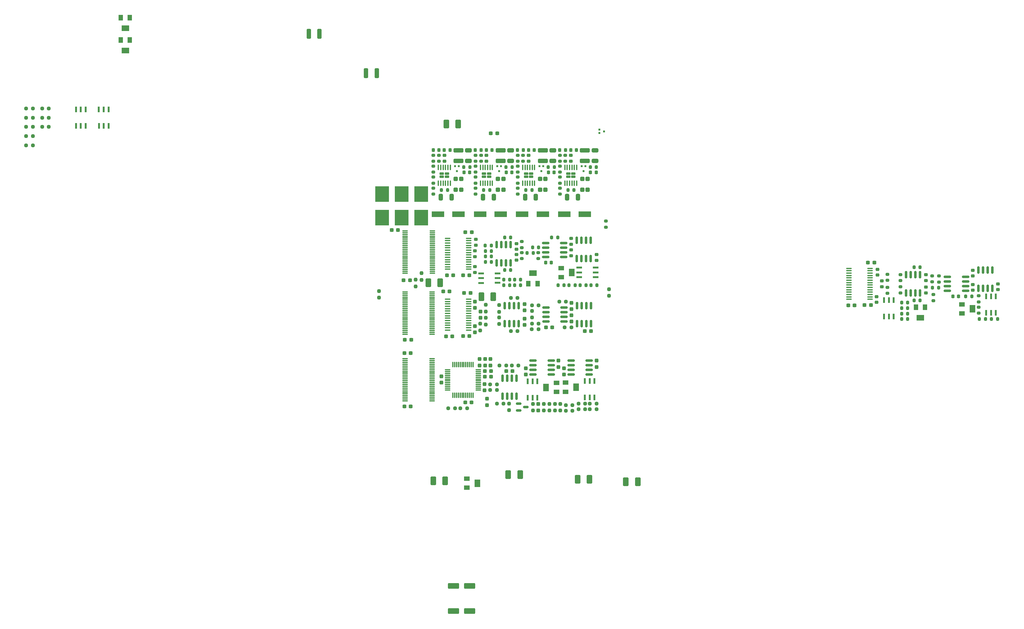
<source format=gbr>
%TF.GenerationSoftware,KiCad,Pcbnew,7.0.2-0*%
%TF.CreationDate,Date%
%TF.ProjectId,Scan Gen Second Revision,5363616e-2047-4656-9e20-5365636f6e64,rev?*%
%TF.SameCoordinates,Original*%
%TF.FileFunction,Paste,Top*%
%TF.FilePolarity,Positive*%
%FSLAX46Y46*%
G04 Gerber Fmt 4.6, Leading zero omitted, Abs format (unit mm)*
G04 Created by KiCad*
%MOMM*%
%LPD*%
G01*
G04 APERTURE LIST*
G04 Aperture macros list*
%AMRoundRect*
0 Rectangle with rounded corners*
0 $1 Rounding radius*
0 $2 $3 $4 $5 $6 $7 $8 $9 X,Y pos of 4 corners*
0 Add a 4 corners polygon primitive as box body*
4,1,4,$2,$3,$4,$5,$6,$7,$8,$9,$2,$3,0*
0 Add four circle primitives for the rounded corners*
1,1,$1+$1,$2,$3*
1,1,$1+$1,$4,$5*
1,1,$1+$1,$6,$7*
1,1,$1+$1,$8,$9*
0 Add four rect primitives between the rounded corners*
20,1,$1+$1,$2,$3,$4,$5,0*
20,1,$1+$1,$4,$5,$6,$7,0*
20,1,$1+$1,$6,$7,$8,$9,0*
20,1,$1+$1,$8,$9,$2,$3,0*%
G04 Aperture macros list end*
%ADD10RoundRect,0.200000X-0.275000X0.200000X-0.275000X-0.200000X0.275000X-0.200000X0.275000X0.200000X0*%
%ADD11RoundRect,0.225000X0.250000X-0.225000X0.250000X0.225000X-0.250000X0.225000X-0.250000X-0.225000X0*%
%ADD12RoundRect,0.250000X-1.100000X0.325000X-1.100000X-0.325000X1.100000X-0.325000X1.100000X0.325000X0*%
%ADD13RoundRect,0.250000X-0.325000X-0.650000X0.325000X-0.650000X0.325000X0.650000X-0.325000X0.650000X0*%
%ADD14RoundRect,0.200000X0.275000X-0.200000X0.275000X0.200000X-0.275000X0.200000X-0.275000X-0.200000X0*%
%ADD15RoundRect,0.200000X-0.200000X-0.275000X0.200000X-0.275000X0.200000X0.275000X-0.200000X0.275000X0*%
%ADD16R,0.500000X0.600000*%
%ADD17RoundRect,0.218750X-0.218750X-0.256250X0.218750X-0.256250X0.218750X0.256250X-0.218750X0.256250X0*%
%ADD18RoundRect,0.218750X-0.256250X0.218750X-0.256250X-0.218750X0.256250X-0.218750X0.256250X0.218750X0*%
%ADD19RoundRect,0.218750X0.256250X-0.218750X0.256250X0.218750X-0.256250X0.218750X-0.256250X-0.218750X0*%
%ADD20RoundRect,0.225000X-0.225000X-0.250000X0.225000X-0.250000X0.225000X0.250000X-0.225000X0.250000X0*%
%ADD21RoundRect,0.250000X-0.650000X0.325000X-0.650000X-0.325000X0.650000X-0.325000X0.650000X0.325000X0*%
%ADD22R,1.500000X0.600000*%
%ADD23RoundRect,0.200000X0.200000X0.275000X-0.200000X0.275000X-0.200000X-0.275000X0.200000X-0.275000X0*%
%ADD24RoundRect,0.225000X-0.250000X0.225000X-0.250000X-0.225000X0.250000X-0.225000X0.250000X0.225000X0*%
%ADD25RoundRect,0.150000X0.150000X-0.825000X0.150000X0.825000X-0.150000X0.825000X-0.150000X-0.825000X0*%
%ADD26RoundRect,0.100000X-0.637500X-0.100000X0.637500X-0.100000X0.637500X0.100000X-0.637500X0.100000X0*%
%ADD27RoundRect,0.237500X-0.300000X-0.237500X0.300000X-0.237500X0.300000X0.237500X-0.300000X0.237500X0*%
%ADD28R,1.300000X1.600000*%
%ADD29R,2.000000X1.600000*%
%ADD30RoundRect,0.237500X0.300000X0.237500X-0.300000X0.237500X-0.300000X-0.237500X0.300000X-0.237500X0*%
%ADD31RoundRect,0.150000X-0.825000X-0.150000X0.825000X-0.150000X0.825000X0.150000X-0.825000X0.150000X0*%
%ADD32R,1.600000X1.300000*%
%ADD33R,1.600000X2.000000*%
%ADD34R,0.600000X0.500000*%
%ADD35RoundRect,0.237500X-0.237500X0.250000X-0.237500X-0.250000X0.237500X-0.250000X0.237500X0.250000X0*%
%ADD36RoundRect,0.237500X-0.250000X-0.237500X0.250000X-0.237500X0.250000X0.237500X-0.250000X0.237500X0*%
%ADD37RoundRect,0.172500X-0.422500X0.172500X-0.422500X-0.172500X0.422500X-0.172500X0.422500X0.172500X0*%
%ADD38RoundRect,0.100000X-0.100000X0.625000X-0.100000X-0.625000X0.100000X-0.625000X0.100000X0.625000X0*%
%ADD39RoundRect,0.250000X-0.350000X0.325000X-0.350000X-0.325000X0.350000X-0.325000X0.350000X0.325000X0*%
%ADD40RoundRect,0.237500X-0.237500X0.300000X-0.237500X-0.300000X0.237500X-0.300000X0.237500X0.300000X0*%
%ADD41R,0.600000X1.500000*%
%ADD42RoundRect,0.237500X0.250000X0.237500X-0.250000X0.237500X-0.250000X-0.237500X0.250000X-0.237500X0*%
%ADD43RoundRect,0.237500X0.237500X-0.300000X0.237500X0.300000X-0.237500X0.300000X-0.237500X-0.300000X0*%
%ADD44RoundRect,0.150000X-0.150000X0.825000X-0.150000X-0.825000X0.150000X-0.825000X0.150000X0.825000X0*%
%ADD45RoundRect,0.250000X0.650000X-0.325000X0.650000X0.325000X-0.650000X0.325000X-0.650000X-0.325000X0*%
%ADD46RoundRect,0.075000X0.662500X0.075000X-0.662500X0.075000X-0.662500X-0.075000X0.662500X-0.075000X0*%
%ADD47RoundRect,0.075000X-0.662500X-0.075000X0.662500X-0.075000X0.662500X0.075000X-0.662500X0.075000X0*%
%ADD48RoundRect,0.237500X0.237500X-0.250000X0.237500X0.250000X-0.237500X0.250000X-0.237500X-0.250000X0*%
%ADD49RoundRect,0.250001X-0.499999X-0.924999X0.499999X-0.924999X0.499999X0.924999X-0.499999X0.924999X0*%
%ADD50RoundRect,0.150000X0.825000X0.150000X-0.825000X0.150000X-0.825000X-0.150000X0.825000X-0.150000X0*%
%ADD51RoundRect,0.225000X0.225000X0.250000X-0.225000X0.250000X-0.225000X-0.250000X0.225000X-0.250000X0*%
%ADD52R,3.500000X1.600000*%
%ADD53RoundRect,0.250000X-0.325000X-1.100000X0.325000X-1.100000X0.325000X1.100000X-0.325000X1.100000X0*%
%ADD54RoundRect,0.250001X0.499999X0.924999X-0.499999X0.924999X-0.499999X-0.924999X0.499999X-0.924999X0*%
%ADD55R,3.810000X4.240000*%
%ADD56RoundRect,0.250000X1.100000X-0.325000X1.100000X0.325000X-1.100000X0.325000X-1.100000X-0.325000X0*%
%ADD57RoundRect,0.250000X-1.250000X-0.550000X1.250000X-0.550000X1.250000X0.550000X-1.250000X0.550000X0*%
%ADD58RoundRect,0.075000X0.075000X0.662500X-0.075000X0.662500X-0.075000X-0.662500X0.075000X-0.662500X0*%
%ADD59RoundRect,0.150000X-0.587500X-0.150000X0.587500X-0.150000X0.587500X0.150000X-0.587500X0.150000X0*%
G04 APERTURE END LIST*
D10*
%TO.C,R85*%
X149867344Y-57175000D03*
X149867344Y-58825000D03*
%TD*%
D11*
%TO.C,C39*%
X161450000Y-81725000D03*
X161450000Y-80175000D03*
%TD*%
D12*
%TO.C,C11*%
X179700000Y-58775000D03*
X179700000Y-55825000D03*
%TD*%
%TO.C,C2*%
X156700000Y-55825000D03*
X156700000Y-58775000D03*
%TD*%
%TO.C,C1*%
X168200000Y-55825000D03*
X168200000Y-58775000D03*
%TD*%
D13*
%TO.C,C22*%
X189325000Y-68600000D03*
X186375000Y-68600000D03*
%TD*%
D14*
%TO.C,R89*%
X162850000Y-58825000D03*
X162850000Y-57175000D03*
%TD*%
%TO.C,R88*%
X149850000Y-64825000D03*
X149850000Y-63175000D03*
%TD*%
%TO.C,R87*%
X149850000Y-67825000D03*
X149850000Y-66175000D03*
%TD*%
D15*
%TO.C,R86*%
X158175000Y-60400000D03*
X159825000Y-60400000D03*
%TD*%
D10*
%TO.C,R84*%
X149850000Y-60175000D03*
X149850000Y-61825000D03*
%TD*%
D15*
%TO.C,R83*%
X152075000Y-66700000D03*
X153725000Y-66700000D03*
%TD*%
%TO.C,R15*%
X182825000Y-60400000D03*
X181175000Y-60400000D03*
%TD*%
%TO.C,R14*%
X169675000Y-60400000D03*
X171325000Y-60400000D03*
%TD*%
D14*
%TO.C,R13*%
X172850000Y-63175000D03*
X172850000Y-64825000D03*
%TD*%
%TO.C,R12*%
X172850000Y-66175000D03*
X172850000Y-67825000D03*
%TD*%
D10*
%TO.C,R11*%
X161350000Y-63175000D03*
X161350000Y-64825000D03*
%TD*%
D14*
%TO.C,R10*%
X161350000Y-67825000D03*
X161350000Y-66175000D03*
%TD*%
D10*
%TO.C,R8*%
X172867344Y-58825000D03*
X172867344Y-57175000D03*
%TD*%
D14*
%TO.C,R7*%
X174350000Y-57175000D03*
X174350000Y-58825000D03*
%TD*%
D10*
%TO.C,R6*%
X161367344Y-57175000D03*
X161367344Y-58825000D03*
%TD*%
%TO.C,R5*%
X172850000Y-61825000D03*
X172850000Y-60175000D03*
%TD*%
%TO.C,R4*%
X161350000Y-60175000D03*
X161350000Y-61825000D03*
%TD*%
D14*
%TO.C,R3*%
X151350000Y-58825000D03*
X151350000Y-57175000D03*
%TD*%
D15*
%TO.C,R2*%
X176725000Y-66700000D03*
X175075000Y-66700000D03*
%TD*%
%TO.C,R1*%
X163575000Y-66700000D03*
X165225000Y-66700000D03*
%TD*%
D16*
%TO.C,Q4*%
X156800000Y-60200000D03*
X155800000Y-60200000D03*
X156300000Y-61500000D03*
%TD*%
%TO.C,Q2*%
X168300000Y-60200000D03*
X167300000Y-60200000D03*
X167800000Y-61500000D03*
%TD*%
%TO.C,Q1*%
X179300000Y-61500000D03*
X178800000Y-60200000D03*
X179800000Y-60200000D03*
%TD*%
D17*
%TO.C,FB4*%
X149812500Y-55750000D03*
X151387500Y-55750000D03*
%TD*%
%TO.C,FB2*%
X172812500Y-55750000D03*
X174387500Y-55750000D03*
%TD*%
%TO.C,FB1*%
X161312500Y-55750000D03*
X162887500Y-55750000D03*
%TD*%
D18*
%TO.C,D9*%
X164350000Y-57212500D03*
X164350000Y-58787500D03*
%TD*%
D17*
%TO.C,D8*%
X158212500Y-61900000D03*
X159787500Y-61900000D03*
%TD*%
%TO.C,D5*%
X182787500Y-61900000D03*
X181212500Y-61900000D03*
%TD*%
%TO.C,D4*%
X169712500Y-61900000D03*
X171287500Y-61900000D03*
%TD*%
D19*
%TO.C,D3*%
X175850000Y-57212500D03*
X175850000Y-58787500D03*
%TD*%
%TO.C,D2*%
X152850000Y-58787500D03*
X152850000Y-57212500D03*
%TD*%
D13*
%TO.C,C17*%
X151875000Y-68600000D03*
X154825000Y-68600000D03*
%TD*%
D20*
%TO.C,C16*%
X152825000Y-55750000D03*
X154375000Y-55750000D03*
%TD*%
D21*
%TO.C,C14*%
X159450000Y-55825000D03*
X159450000Y-58775000D03*
%TD*%
D20*
%TO.C,C13*%
X175825000Y-55750000D03*
X177375000Y-55750000D03*
%TD*%
%TO.C,C12*%
X164325000Y-55750000D03*
X165875000Y-55750000D03*
%TD*%
D13*
%TO.C,C6*%
X177825000Y-68600000D03*
X174875000Y-68600000D03*
%TD*%
%TO.C,C5*%
X163375000Y-68600000D03*
X166325000Y-68600000D03*
%TD*%
D21*
%TO.C,C4*%
X182450000Y-58775000D03*
X182450000Y-55825000D03*
%TD*%
%TO.C,C3*%
X170950000Y-55825000D03*
X170950000Y-58775000D03*
%TD*%
D16*
%TO.C,Q3*%
X190800000Y-61500000D03*
X190300000Y-60200000D03*
X191300000Y-60200000D03*
%TD*%
D11*
%TO.C,C39*%
X271008400Y-89879700D03*
X271008400Y-88329700D03*
%TD*%
D22*
%TO.C,SW1*%
X162900000Y-92100000D03*
X162900000Y-90750000D03*
X167400000Y-92050000D03*
X167400000Y-90750000D03*
X167400000Y-89450000D03*
X162900000Y-89450000D03*
%TD*%
D23*
%TO.C,R32*%
X164025000Y-86350000D03*
X165675000Y-86350000D03*
%TD*%
D15*
%TO.C,R52*%
X176925000Y-82350000D03*
X178575000Y-82350000D03*
%TD*%
%TO.C,R40*%
X165675000Y-84850000D03*
X164025000Y-84850000D03*
%TD*%
D23*
%TO.C,R36*%
X164011400Y-81854700D03*
X165661400Y-81854700D03*
%TD*%
D24*
%TO.C,C57*%
X187450000Y-81475000D03*
X187450000Y-79925000D03*
%TD*%
D15*
%TO.C,R45*%
X170925000Y-79650000D03*
X169275000Y-79650000D03*
%TD*%
D11*
%TO.C,C55*%
X161186400Y-83329700D03*
X161186400Y-84879700D03*
%TD*%
D14*
%TO.C,R50*%
X174000000Y-80775000D03*
X174000000Y-82425000D03*
%TD*%
D15*
%TO.C,R53*%
X175425000Y-83850000D03*
X177075000Y-83850000D03*
%TD*%
D24*
%TO.C,C72*%
X187400000Y-84625000D03*
X187400000Y-83075000D03*
%TD*%
D11*
%TO.C,C56*%
X194350000Y-84325000D03*
X194350000Y-85875000D03*
%TD*%
D15*
%TO.C,R82*%
X191500000Y-92650000D03*
X189850000Y-92650000D03*
%TD*%
D23*
%TO.C,R75*%
X173675000Y-92650000D03*
X172025000Y-92650000D03*
%TD*%
D15*
%TO.C,R77*%
X185525000Y-92650000D03*
X183875000Y-92650000D03*
%TD*%
%TO.C,R46*%
X170925000Y-88550000D03*
X169275000Y-88550000D03*
%TD*%
D23*
%TO.C,R72*%
X173675000Y-91150000D03*
X172025000Y-91150000D03*
%TD*%
D20*
%TO.C,C79*%
X182025000Y-86545300D03*
X180475000Y-86545300D03*
%TD*%
D23*
%TO.C,R78*%
X186875000Y-92650000D03*
X188525000Y-92650000D03*
%TD*%
%TO.C,R79*%
X192850000Y-92650000D03*
X194500000Y-92650000D03*
%TD*%
D24*
%TO.C,C48*%
X161218400Y-89179700D03*
X161218400Y-87629700D03*
%TD*%
D14*
%TO.C,R47*%
X174000000Y-85425000D03*
X174000000Y-83775000D03*
%TD*%
D15*
%TO.C,R39*%
X165675000Y-83350000D03*
X164025000Y-83350000D03*
%TD*%
D23*
%TO.C,R74*%
X170675000Y-91150000D03*
X169025000Y-91150000D03*
%TD*%
D11*
%TO.C,C77*%
X172500000Y-81304700D03*
X172500000Y-82854700D03*
%TD*%
D15*
%TO.C,R59*%
X183775000Y-79650000D03*
X182125000Y-79650000D03*
%TD*%
D23*
%TO.C,R30*%
X169025000Y-92650000D03*
X170675000Y-92650000D03*
%TD*%
D14*
%TO.C,R56*%
X178500000Y-83775000D03*
X178500000Y-85425000D03*
%TD*%
D11*
%TO.C,C70*%
X172500000Y-84279700D03*
X172500000Y-85829700D03*
%TD*%
D25*
%TO.C,U12*%
X167145000Y-81625000D03*
X168415000Y-81625000D03*
X169685000Y-81625000D03*
X170955000Y-81625000D03*
X170955000Y-86575000D03*
X169685000Y-86575000D03*
X168415000Y-86575000D03*
X167145000Y-86575000D03*
%TD*%
D26*
%TO.C,U8*%
X159462500Y-79875000D03*
X159462500Y-80525000D03*
X159462500Y-81175000D03*
X159462500Y-81825000D03*
X159462500Y-82475000D03*
X159462500Y-83125000D03*
X159462500Y-83775000D03*
X159462500Y-84425000D03*
X159462500Y-85075000D03*
X159462500Y-85725000D03*
X159462500Y-86375000D03*
X159462500Y-87025000D03*
X159462500Y-87675000D03*
X159462500Y-88325000D03*
X153737500Y-88325000D03*
X153737500Y-87675000D03*
X153737500Y-87025000D03*
X153737500Y-86375000D03*
X153737500Y-85725000D03*
X153737500Y-85075000D03*
X153737500Y-84425000D03*
X153737500Y-83775000D03*
X153737500Y-83125000D03*
X153737500Y-82475000D03*
X153737500Y-81825000D03*
X153737500Y-81175000D03*
X153737500Y-80525000D03*
X153737500Y-79875000D03*
%TD*%
D27*
%TO.C,C35*%
X155270900Y-90004700D03*
X153545900Y-90004700D03*
%TD*%
D28*
%TO.C,RV1*%
X178250000Y-92300000D03*
D29*
X177000000Y-89400000D03*
D28*
X175750000Y-92300000D03*
%TD*%
D25*
%TO.C,U18*%
X188995000Y-80425000D03*
X190265000Y-80425000D03*
X191535000Y-80425000D03*
X192805000Y-80425000D03*
X192805000Y-85375000D03*
X191535000Y-85375000D03*
X190265000Y-85375000D03*
X188995000Y-85375000D03*
%TD*%
D30*
%TO.C,C41*%
X157973800Y-89942000D03*
X159698800Y-89942000D03*
%TD*%
%TO.C,C37*%
X158587500Y-78250000D03*
X160312500Y-78250000D03*
%TD*%
D31*
%TO.C,U13*%
X185425000Y-81195000D03*
X185425000Y-82465000D03*
X185425000Y-83735000D03*
X185425000Y-85005000D03*
X180475000Y-85005000D03*
X180475000Y-83735000D03*
X180475000Y-82465000D03*
X180475000Y-81195000D03*
%TD*%
D32*
%TO.C,RV2*%
X184690000Y-88000000D03*
D33*
X187590000Y-89250000D03*
D32*
X184690000Y-90500000D03*
%TD*%
D22*
%TO.C,SW2*%
X194140000Y-87850000D03*
X194140000Y-89200000D03*
X189640000Y-87900000D03*
X189640000Y-89200000D03*
X189640000Y-90500000D03*
X194140000Y-90500000D03*
%TD*%
D10*
%TO.C,R82*%
X298608400Y-97229700D03*
X298608400Y-95579700D03*
%TD*%
D14*
%TO.C,R79*%
X298608400Y-98679700D03*
X298608400Y-100329700D03*
%TD*%
D23*
%TO.C,R78*%
X303733400Y-101904700D03*
X302083400Y-101904700D03*
%TD*%
D15*
%TO.C,R77*%
X298783400Y-101904700D03*
X300433400Y-101904700D03*
%TD*%
%TO.C,R75*%
X279233400Y-101954700D03*
X277583400Y-101954700D03*
%TD*%
D23*
%TO.C,R74*%
X277583400Y-98954700D03*
X279233400Y-98954700D03*
%TD*%
%TO.C,R72*%
X277583400Y-100454700D03*
X279233400Y-100454700D03*
%TD*%
D14*
%TO.C,R62*%
X196950000Y-75175000D03*
X196950000Y-76825000D03*
%TD*%
D23*
%TO.C,R56*%
X295083400Y-95754700D03*
X296733400Y-95754700D03*
%TD*%
D15*
%TO.C,R53*%
X287670900Y-93404700D03*
X286020900Y-93404700D03*
%TD*%
D10*
%TO.C,R52*%
X287758400Y-91829700D03*
X287758400Y-90179700D03*
%TD*%
D14*
%TO.C,R50*%
X285908400Y-90129700D03*
X285908400Y-91779700D03*
%TD*%
%TO.C,R47*%
X286208400Y-95229700D03*
X286208400Y-96879700D03*
%TD*%
D15*
%TO.C,R46*%
X282633400Y-96804700D03*
X280983400Y-96804700D03*
%TD*%
%TO.C,R45*%
X282633400Y-87804700D03*
X280983400Y-87804700D03*
%TD*%
D10*
%TO.C,R40*%
X277276000Y-94799500D03*
X277276000Y-93149500D03*
%TD*%
D14*
%TO.C,R39*%
X277276000Y-89800500D03*
X277276000Y-91450500D03*
%TD*%
D10*
%TO.C,R36*%
X273669200Y-91347000D03*
X273669200Y-89697000D03*
%TD*%
D14*
%TO.C,R32*%
X273669200Y-93253000D03*
X273669200Y-94903000D03*
%TD*%
D23*
%TO.C,R30*%
X277583400Y-97454700D03*
X279233400Y-97454700D03*
%TD*%
D20*
%TO.C,C79*%
X293083400Y-95754700D03*
X291533400Y-95754700D03*
%TD*%
D11*
%TO.C,C77*%
X284208400Y-89829700D03*
X284208400Y-91379700D03*
%TD*%
D24*
%TO.C,C72*%
X296986400Y-94079700D03*
X296986400Y-92529700D03*
%TD*%
%TO.C,C70*%
X284208400Y-94779700D03*
X284208400Y-93229700D03*
%TD*%
D11*
%TO.C,C57*%
X297008400Y-88634400D03*
X297008400Y-90184400D03*
%TD*%
%TO.C,C56*%
X303858400Y-92329700D03*
X303858400Y-93879700D03*
%TD*%
%TO.C,C55*%
X272196000Y-91525000D03*
X272196000Y-93075000D03*
%TD*%
D24*
%TO.C,C48*%
X270718400Y-97379700D03*
X270718400Y-95829700D03*
%TD*%
D34*
%TO.C,Q3*%
X195100000Y-50150000D03*
X195100000Y-51150000D03*
X196400000Y-50650000D03*
%TD*%
D30*
%TO.C,C44*%
X160262500Y-124700000D03*
X158537500Y-124700000D03*
%TD*%
D35*
%TO.C,R33*%
X164160800Y-98030600D03*
X164160800Y-99855600D03*
%TD*%
D36*
%TO.C,R71*%
X38787500Y-54470000D03*
X40612500Y-54470000D03*
%TD*%
D35*
%TO.C,R58*%
X170500000Y-124987500D03*
X170500000Y-126812500D03*
%TD*%
D37*
%TO.C,U19*%
X153552344Y-62240000D03*
X152132344Y-62240000D03*
X153552344Y-63060000D03*
X152132344Y-63060000D03*
D38*
X154467344Y-60500000D03*
X153817344Y-60500000D03*
X153167344Y-60500000D03*
X152517344Y-60500000D03*
X151867344Y-60500000D03*
X151217344Y-60500000D03*
X151217344Y-64800000D03*
X151867344Y-64800000D03*
X152517344Y-64800000D03*
X153167344Y-64800000D03*
X153817344Y-64800000D03*
X154467344Y-64800000D03*
%TD*%
D18*
%TO.C,D1*%
X187350000Y-58787500D03*
X187350000Y-57212500D03*
%TD*%
D39*
%TO.C,C19*%
X178950000Y-66625000D03*
X180450000Y-66600000D03*
X178950000Y-63675000D03*
X180450000Y-63650000D03*
%TD*%
D35*
%TO.C,R51*%
X176759200Y-99708900D03*
X176759200Y-101533900D03*
%TD*%
D36*
%TO.C,R60*%
X184187500Y-97200000D03*
X186012500Y-97200000D03*
%TD*%
%TO.C,R41*%
X170987500Y-96200000D03*
X172812500Y-96200000D03*
%TD*%
D27*
%TO.C,C36*%
X158237500Y-94800000D03*
X159962500Y-94800000D03*
%TD*%
D40*
%TO.C,C31*%
X152040000Y-117587500D03*
X152040000Y-119312500D03*
%TD*%
D36*
%TO.C,R29*%
X38787500Y-44430000D03*
X40612500Y-44430000D03*
%TD*%
%TO.C,R68*%
X38787500Y-49450000D03*
X40612500Y-49450000D03*
%TD*%
D40*
%TO.C,C52*%
X164450000Y-123687500D03*
X164450000Y-125412500D03*
%TD*%
D36*
%TO.C,R34*%
X165337500Y-121300000D03*
X167162500Y-121300000D03*
%TD*%
D41*
%TO.C,SW1*%
X275408400Y-96754700D03*
X275408400Y-101254700D03*
X274108400Y-101254700D03*
X272808400Y-101254700D03*
X274108400Y-96754700D03*
X272758400Y-96754700D03*
%TD*%
D42*
%TO.C,R90*%
X194375000Y-126550000D03*
X192550000Y-126550000D03*
%TD*%
D40*
%TO.C,C65*%
X175050000Y-115387500D03*
X175050000Y-117112500D03*
%TD*%
D35*
%TO.C,R64*%
X184500000Y-125087500D03*
X184500000Y-126912500D03*
%TD*%
%TO.C,R96*%
X180000000Y-125087500D03*
X180000000Y-126912500D03*
%TD*%
D30*
%TO.C,C49*%
X165612500Y-117650000D03*
X163887500Y-117650000D03*
%TD*%
D43*
%TO.C,C58*%
X165462600Y-114602500D03*
X165462600Y-112877500D03*
%TD*%
D30*
%TO.C,C29*%
X143662500Y-125800000D03*
X141937500Y-125800000D03*
%TD*%
D38*
%TO.C,U2*%
X177467344Y-64800000D03*
X176817344Y-64800000D03*
X176167344Y-64800000D03*
X175517344Y-64800000D03*
X174867344Y-64800000D03*
X174217344Y-64800000D03*
X174217344Y-60500000D03*
X174867344Y-60500000D03*
X175517344Y-60500000D03*
X176167344Y-60500000D03*
X176817344Y-60500000D03*
X177467344Y-60500000D03*
D37*
X175132344Y-63060000D03*
X176552344Y-63060000D03*
X175132344Y-62240000D03*
X176552344Y-62240000D03*
%TD*%
D40*
%TO.C,C53*%
X183950000Y-113287500D03*
X183950000Y-115012500D03*
%TD*%
D44*
%TO.C,U10*%
X172505000Y-118075000D03*
X171235000Y-118075000D03*
X169965000Y-118075000D03*
X168695000Y-118075000D03*
X168695000Y-123025000D03*
X169965000Y-123025000D03*
X171235000Y-123025000D03*
X172505000Y-123025000D03*
%TD*%
D28*
%TO.C,RV5*%
X67070000Y-19630000D03*
D29*
X65820000Y-22530000D03*
D28*
X64570000Y-19630000D03*
%TD*%
D36*
%TO.C,R81*%
X43137500Y-49450000D03*
X44962500Y-49450000D03*
%TD*%
D40*
%TO.C,C82*%
X187500000Y-97500000D03*
X187500000Y-99225000D03*
%TD*%
D45*
%TO.C,C21*%
X193950000Y-55825000D03*
X193950000Y-58775000D03*
%TD*%
D42*
%TO.C,R91*%
X194375000Y-125050000D03*
X192550000Y-125050000D03*
%TD*%
D36*
%TO.C,R76*%
X43137500Y-44430000D03*
X44962500Y-44430000D03*
%TD*%
D41*
%TO.C,SW2*%
X303258400Y-95704700D03*
X303258400Y-100204700D03*
X301958400Y-100204700D03*
X300658400Y-100204700D03*
X301958400Y-95704700D03*
X300608400Y-95704700D03*
%TD*%
D46*
%TO.C,U4*%
X149547300Y-89359000D03*
X149547300Y-88859000D03*
X149547300Y-88359000D03*
X149547300Y-87859000D03*
X149547300Y-87359000D03*
X149547300Y-86859000D03*
X149547300Y-86359000D03*
X149547300Y-85859000D03*
X149547300Y-85359000D03*
X149547300Y-84859000D03*
X149547300Y-84359000D03*
X149547300Y-83859000D03*
X149547300Y-83359000D03*
X149547300Y-82859000D03*
X149547300Y-82359000D03*
X149547300Y-81859000D03*
X149547300Y-81359000D03*
X149547300Y-80859000D03*
X149547300Y-80359000D03*
X149547300Y-79859000D03*
X149547300Y-79359000D03*
X149547300Y-78859000D03*
X149547300Y-78359000D03*
X149547300Y-77859000D03*
X142122300Y-77859000D03*
X142122300Y-78359000D03*
X142122300Y-78859000D03*
X142122300Y-79359000D03*
X142122300Y-79859000D03*
X142122300Y-80359000D03*
X142122300Y-80859000D03*
X142122300Y-81359000D03*
X142122300Y-81859000D03*
X142122300Y-82359000D03*
X142122300Y-82859000D03*
X142122300Y-83359000D03*
X142122300Y-83859000D03*
X142122300Y-84359000D03*
X142122300Y-84859000D03*
X142122300Y-85359000D03*
X142122300Y-85859000D03*
X142122300Y-86359000D03*
X142122300Y-86859000D03*
X142122300Y-87359000D03*
X142122300Y-87859000D03*
X142122300Y-88359000D03*
X142122300Y-88859000D03*
X142122300Y-89359000D03*
%TD*%
D47*
%TO.C,U6*%
X142118200Y-112770800D03*
X142118200Y-113270800D03*
X142118200Y-113770800D03*
X142118200Y-114270800D03*
X142118200Y-114770800D03*
X142118200Y-115270800D03*
X142118200Y-115770800D03*
X142118200Y-116270800D03*
X142118200Y-116770800D03*
X142118200Y-117270800D03*
X142118200Y-117770800D03*
X142118200Y-118270800D03*
X142118200Y-118770800D03*
X142118200Y-119270800D03*
X142118200Y-119770800D03*
X142118200Y-120270800D03*
X142118200Y-120770800D03*
X142118200Y-121270800D03*
X142118200Y-121770800D03*
X142118200Y-122270800D03*
X142118200Y-122770800D03*
X142118200Y-123270800D03*
X142118200Y-123770800D03*
X142118200Y-124270800D03*
X149543200Y-124270800D03*
X149543200Y-123770800D03*
X149543200Y-123270800D03*
X149543200Y-122770800D03*
X149543200Y-122270800D03*
X149543200Y-121770800D03*
X149543200Y-121270800D03*
X149543200Y-120770800D03*
X149543200Y-120270800D03*
X149543200Y-119770800D03*
X149543200Y-119270800D03*
X149543200Y-118770800D03*
X149543200Y-118270800D03*
X149543200Y-117770800D03*
X149543200Y-117270800D03*
X149543200Y-116770800D03*
X149543200Y-116270800D03*
X149543200Y-115770800D03*
X149543200Y-115270800D03*
X149543200Y-114770800D03*
X149543200Y-114270800D03*
X149543200Y-113770800D03*
X149543200Y-113270800D03*
X149543200Y-112770800D03*
%TD*%
D35*
%TO.C,R22*%
X135000000Y-94275000D03*
X135000000Y-96100000D03*
%TD*%
D48*
%TO.C,R31*%
X164160800Y-103411600D03*
X164160800Y-101586600D03*
%TD*%
D40*
%TO.C,C45*%
X162450000Y-112875000D03*
X162450000Y-114600000D03*
%TD*%
D17*
%TO.C,FB3*%
X185887500Y-55750000D03*
X184312500Y-55750000D03*
%TD*%
D35*
%TO.C,R95*%
X181500000Y-125087500D03*
X181500000Y-126912500D03*
%TD*%
D43*
%TO.C,C38*%
X161200000Y-98862500D03*
X161200000Y-97137500D03*
%TD*%
D49*
%TO.C,C43*%
X170275000Y-144400000D03*
X173525000Y-144400000D03*
%TD*%
D50*
%TO.C,U15*%
X181975000Y-117105000D03*
X181975000Y-115835000D03*
X181975000Y-114565000D03*
X181975000Y-113295000D03*
X177025000Y-113295000D03*
X177025000Y-114565000D03*
X177025000Y-115835000D03*
X177025000Y-117105000D03*
%TD*%
D32*
%TO.C,RV2*%
X294008400Y-97904700D03*
D33*
X296908400Y-99154700D03*
D32*
X294008400Y-100404700D03*
%TD*%
D51*
%TO.C,C15*%
X187325000Y-55750000D03*
X188875000Y-55750000D03*
%TD*%
D27*
%TO.C,C71*%
X180569200Y-104175500D03*
X182294200Y-104175500D03*
%TD*%
D41*
%TO.C,SW3*%
X55000000Y-44650000D03*
X55000000Y-49150000D03*
X53700000Y-49150000D03*
X52400000Y-49150000D03*
X53700000Y-44650000D03*
X52350000Y-44650000D03*
%TD*%
D36*
%TO.C,R55*%
X176759200Y-103210300D03*
X178584200Y-103210300D03*
%TD*%
D42*
%TO.C,R57*%
X187478000Y-104175500D03*
X185653000Y-104175500D03*
%TD*%
D36*
%TO.C,R48*%
X176687500Y-104700000D03*
X178512500Y-104700000D03*
%TD*%
D44*
%TO.C,U17*%
X192837400Y-98246100D03*
X191567400Y-98246100D03*
X190297400Y-98246100D03*
X189027400Y-98246100D03*
X189027400Y-103196100D03*
X190297400Y-103196100D03*
X191567400Y-103196100D03*
X192837400Y-103196100D03*
%TD*%
D52*
%TO.C,C10*%
X156700000Y-73300000D03*
X151100000Y-73300000D03*
%TD*%
D36*
%TO.C,R65*%
X38787500Y-46940000D03*
X40612500Y-46940000D03*
%TD*%
D46*
%TO.C,U5*%
X149540000Y-106034900D03*
X149540000Y-105534900D03*
X149540000Y-105034900D03*
X149540000Y-104534900D03*
X149540000Y-104034900D03*
X149540000Y-103534900D03*
X149540000Y-103034900D03*
X149540000Y-102534900D03*
X149540000Y-102034900D03*
X149540000Y-101534900D03*
X149540000Y-101034900D03*
X149540000Y-100534900D03*
X149540000Y-100034900D03*
X149540000Y-99534900D03*
X149540000Y-99034900D03*
X149540000Y-98534900D03*
X149540000Y-98034900D03*
X149540000Y-97534900D03*
X149540000Y-97034900D03*
X149540000Y-96534900D03*
X149540000Y-96034900D03*
X149540000Y-95534900D03*
X149540000Y-95034900D03*
X149540000Y-94534900D03*
X142115000Y-94534900D03*
X142115000Y-95034900D03*
X142115000Y-95534900D03*
X142115000Y-96034900D03*
X142115000Y-96534900D03*
X142115000Y-97034900D03*
X142115000Y-97534900D03*
X142115000Y-98034900D03*
X142115000Y-98534900D03*
X142115000Y-99034900D03*
X142115000Y-99534900D03*
X142115000Y-100034900D03*
X142115000Y-100534900D03*
X142115000Y-101034900D03*
X142115000Y-101534900D03*
X142115000Y-102034900D03*
X142115000Y-102534900D03*
X142115000Y-103034900D03*
X142115000Y-103534900D03*
X142115000Y-104034900D03*
X142115000Y-104534900D03*
X142115000Y-105034900D03*
X142115000Y-105534900D03*
X142115000Y-106034900D03*
%TD*%
D15*
%TO.C,R21*%
X194325000Y-60400000D03*
X192675000Y-60400000D03*
%TD*%
%TO.C,R16*%
X188225000Y-66700000D03*
X186575000Y-66700000D03*
%TD*%
D10*
%TO.C,R17*%
X184350000Y-61825000D03*
X184350000Y-60175000D03*
%TD*%
D30*
%TO.C,C23*%
X143662500Y-111250000D03*
X141937500Y-111250000D03*
%TD*%
D52*
%TO.C,C8*%
X174100000Y-73300000D03*
X179700000Y-73300000D03*
%TD*%
D35*
%TO.C,R38*%
X167767600Y-101483100D03*
X167767600Y-103308100D03*
%TD*%
D53*
%TO.C,C11*%
X131475000Y-34800000D03*
X134425000Y-34800000D03*
%TD*%
D30*
%TO.C,C40*%
X159690400Y-106563100D03*
X157965400Y-106563100D03*
%TD*%
D36*
%TO.C,R80*%
X43137500Y-46940000D03*
X44962500Y-46940000D03*
%TD*%
D48*
%TO.C,R24*%
X145000000Y-93012500D03*
X145000000Y-91187500D03*
%TD*%
%TO.C,R37*%
X167767600Y-99959100D03*
X167767600Y-98134100D03*
%TD*%
D39*
%TO.C,C25*%
X190450000Y-66625000D03*
X191950000Y-66600000D03*
X190450000Y-63675000D03*
X191950000Y-63650000D03*
%TD*%
D36*
%TO.C,R49*%
X171237500Y-114600000D03*
X173062500Y-114600000D03*
%TD*%
D41*
%TO.C,SW6*%
X178200000Y-118900000D03*
X178200000Y-123400000D03*
X176900000Y-123400000D03*
X175600000Y-123400000D03*
X176900000Y-118900000D03*
X175550000Y-118900000D03*
%TD*%
D27*
%TO.C,C24*%
X152537500Y-94400000D03*
X154262500Y-94400000D03*
%TD*%
D31*
%TO.C,U13*%
X290077600Y-90395000D03*
X290077600Y-91665000D03*
X290077600Y-92935000D03*
X290077600Y-94205000D03*
X295027600Y-94205000D03*
X295027600Y-92935000D03*
X295027600Y-91665000D03*
X295027600Y-90395000D03*
%TD*%
D36*
%TO.C,R67*%
X185987500Y-126950000D03*
X187812500Y-126950000D03*
%TD*%
D30*
%TO.C,C37*%
X270133400Y-86504700D03*
X268408400Y-86504700D03*
%TD*%
D39*
%TO.C,C20*%
X157450000Y-63650000D03*
X155950000Y-63675000D03*
X157450000Y-66600000D03*
X155950000Y-66625000D03*
%TD*%
D54*
%TO.C,C42*%
X166225000Y-95800000D03*
X162975000Y-95800000D03*
%TD*%
D35*
%TO.C,R63*%
X197750000Y-93775000D03*
X197750000Y-95600000D03*
%TD*%
D30*
%TO.C,C54*%
X165612500Y-116150000D03*
X163887500Y-116150000D03*
%TD*%
D36*
%TO.C,R54*%
X176759200Y-98231900D03*
X178584200Y-98231900D03*
%TD*%
D43*
%TO.C,C59*%
X163987500Y-114602500D03*
X163987500Y-112877500D03*
%TD*%
D28*
%TO.C,RV6*%
X67070000Y-25680000D03*
D29*
X65820000Y-28580000D03*
D28*
X64570000Y-25680000D03*
%TD*%
D32*
%TO.C,RV3*%
X183450000Y-121850000D03*
D33*
X180550000Y-120600000D03*
D32*
X183450000Y-119350000D03*
%TD*%
D54*
%TO.C,C32*%
X151725000Y-92000000D03*
X148475000Y-92000000D03*
%TD*%
D49*
%TO.C,C30*%
X149850000Y-146100000D03*
X153100000Y-146100000D03*
%TD*%
D27*
%TO.C,C60*%
X191136700Y-105191500D03*
X192861700Y-105191500D03*
%TD*%
D31*
%TO.C,U14*%
X180569200Y-98816100D03*
X180569200Y-100086100D03*
X180569200Y-101356100D03*
X180569200Y-102626100D03*
X185519200Y-102626100D03*
X185519200Y-101356100D03*
X185519200Y-100086100D03*
X185519200Y-98816100D03*
%TD*%
D48*
%TO.C,R61*%
X177000000Y-126912500D03*
X177000000Y-125087500D03*
%TD*%
D36*
%TO.C,R35*%
X165337500Y-119800000D03*
X167162500Y-119800000D03*
%TD*%
D27*
%TO.C,C67*%
X169737500Y-116100000D03*
X171462500Y-116100000D03*
%TD*%
D36*
%TO.C,R92*%
X189450000Y-126550000D03*
X191275000Y-126550000D03*
%TD*%
D30*
%TO.C,C41*%
X269198800Y-98142000D03*
X267473800Y-98142000D03*
%TD*%
D25*
%TO.C,U18*%
X298503400Y-93529700D03*
X299773400Y-93529700D03*
X301043400Y-93529700D03*
X302313400Y-93529700D03*
X302313400Y-88579700D03*
X301043400Y-88579700D03*
X299773400Y-88579700D03*
X298503400Y-88579700D03*
%TD*%
D43*
%TO.C,C50*%
X163850000Y-121412500D03*
X163850000Y-119687500D03*
%TD*%
%TO.C,C69*%
X174700000Y-99562500D03*
X174700000Y-97837500D03*
%TD*%
%TO.C,C51*%
X162687600Y-101583600D03*
X162687600Y-99858600D03*
%TD*%
D32*
%TO.C,RV7*%
X185900000Y-119300000D03*
D33*
X188800000Y-120550000D03*
D32*
X185900000Y-121800000D03*
%TD*%
D55*
%TO.C,F2*%
X146500000Y-67810000D03*
X146500000Y-74190000D03*
%TD*%
D14*
%TO.C,R19*%
X184350000Y-66175000D03*
X184350000Y-67825000D03*
%TD*%
D56*
%TO.C,C46*%
X191200000Y-55825000D03*
X191200000Y-58775000D03*
%TD*%
D36*
%TO.C,R66*%
X185987500Y-125450000D03*
X187812500Y-125450000D03*
%TD*%
D28*
%TO.C,RV1*%
X283958400Y-98704700D03*
D29*
X282708400Y-101604700D03*
D28*
X281458400Y-98704700D03*
%TD*%
D25*
%TO.C,U11*%
X169317000Y-103196100D03*
X170587000Y-103196100D03*
X171857000Y-103196100D03*
X173127000Y-103196100D03*
X173127000Y-98246100D03*
X171857000Y-98246100D03*
X170587000Y-98246100D03*
X169317000Y-98246100D03*
%TD*%
D57*
%TO.C,C75*%
X155387500Y-174840000D03*
X159787500Y-174840000D03*
%TD*%
D38*
%TO.C,U3*%
X188967344Y-64800000D03*
X188317344Y-64800000D03*
X187667344Y-64800000D03*
X187017344Y-64800000D03*
X186367344Y-64800000D03*
X185717344Y-64800000D03*
X185717344Y-60500000D03*
X186367344Y-60500000D03*
X187017344Y-60500000D03*
X187667344Y-60500000D03*
X188317344Y-60500000D03*
X188967344Y-60500000D03*
D37*
X186632344Y-63060000D03*
X188052344Y-63060000D03*
X186632344Y-62240000D03*
X188052344Y-62240000D03*
%TD*%
D40*
%TO.C,C47*%
X161210000Y-103837500D03*
X161210000Y-105562500D03*
%TD*%
D30*
%TO.C,C28*%
X143462500Y-91300000D03*
X141737500Y-91300000D03*
%TD*%
D37*
%TO.C,U1*%
X165052344Y-62240000D03*
X163632344Y-62240000D03*
X165052344Y-63060000D03*
X163632344Y-63060000D03*
D38*
X165967344Y-60500000D03*
X165317344Y-60500000D03*
X164667344Y-60500000D03*
X164017344Y-60500000D03*
X163367344Y-60500000D03*
X162717344Y-60500000D03*
X162717344Y-64800000D03*
X163367344Y-64800000D03*
X164017344Y-64800000D03*
X164667344Y-64800000D03*
X165317344Y-64800000D03*
X165967344Y-64800000D03*
%TD*%
D35*
%TO.C,R23*%
X146600000Y-89387500D03*
X146600000Y-91212500D03*
%TD*%
D36*
%TO.C,R26*%
X157228000Y-126310100D03*
X159053000Y-126310100D03*
%TD*%
D27*
%TO.C,C35*%
X263045900Y-98204700D03*
X264770900Y-98204700D03*
%TD*%
D41*
%TO.C,SW4*%
X61250000Y-44650000D03*
X61250000Y-49150000D03*
X59950000Y-49150000D03*
X58650000Y-49150000D03*
X59950000Y-44650000D03*
X58600000Y-44650000D03*
%TD*%
D36*
%TO.C,R44*%
X167887500Y-114600000D03*
X169712500Y-114600000D03*
%TD*%
D32*
%TO.C,RV4*%
X158950000Y-145500000D03*
D33*
X161850000Y-146750000D03*
D32*
X158950000Y-148000000D03*
%TD*%
D14*
%TO.C,R20*%
X184350000Y-63175000D03*
X184350000Y-64825000D03*
%TD*%
D26*
%TO.C,U8*%
X263237500Y-88075000D03*
X263237500Y-88725000D03*
X263237500Y-89375000D03*
X263237500Y-90025000D03*
X263237500Y-90675000D03*
X263237500Y-91325000D03*
X263237500Y-91975000D03*
X263237500Y-92625000D03*
X263237500Y-93275000D03*
X263237500Y-93925000D03*
X263237500Y-94575000D03*
X263237500Y-95225000D03*
X263237500Y-95875000D03*
X263237500Y-96525000D03*
X268962500Y-96525000D03*
X268962500Y-95875000D03*
X268962500Y-95225000D03*
X268962500Y-94575000D03*
X268962500Y-93925000D03*
X268962500Y-93275000D03*
X268962500Y-92625000D03*
X268962500Y-91975000D03*
X268962500Y-91325000D03*
X268962500Y-90675000D03*
X268962500Y-90025000D03*
X268962500Y-89375000D03*
X268962500Y-88725000D03*
X268962500Y-88075000D03*
%TD*%
D54*
%TO.C,C33*%
X156625000Y-48700000D03*
X153375000Y-48700000D03*
%TD*%
D41*
%TO.C,SW5*%
X193800000Y-118850000D03*
X193800000Y-123350000D03*
X192500000Y-123350000D03*
X191200000Y-123350000D03*
X192500000Y-118850000D03*
X191150000Y-118850000D03*
%TD*%
D36*
%TO.C,R42*%
X170987500Y-105200000D03*
X172812500Y-105200000D03*
%TD*%
D46*
%TO.C,U9*%
X162090000Y-121302700D03*
X162090000Y-120802700D03*
X162090000Y-120302700D03*
X162090000Y-119802700D03*
X162090000Y-119302700D03*
X162090000Y-118802700D03*
X162090000Y-118302700D03*
X162090000Y-117802700D03*
X162090000Y-117302700D03*
X162090000Y-116802700D03*
X162090000Y-116302700D03*
X162090000Y-115802700D03*
D58*
X160677500Y-114390200D03*
X160177500Y-114390200D03*
X159677500Y-114390200D03*
X159177500Y-114390200D03*
X158677500Y-114390200D03*
X158177500Y-114390200D03*
X157677500Y-114390200D03*
X157177500Y-114390200D03*
X156677500Y-114390200D03*
X156177500Y-114390200D03*
X155677500Y-114390200D03*
X155177500Y-114390200D03*
D46*
X153765000Y-115802700D03*
X153765000Y-116302700D03*
X153765000Y-116802700D03*
X153765000Y-117302700D03*
X153765000Y-117802700D03*
X153765000Y-118302700D03*
X153765000Y-118802700D03*
X153765000Y-119302700D03*
X153765000Y-119802700D03*
X153765000Y-120302700D03*
X153765000Y-120802700D03*
X153765000Y-121302700D03*
D58*
X155177500Y-122715200D03*
X155677500Y-122715200D03*
X156177500Y-122715200D03*
X156677500Y-122715200D03*
X157177500Y-122715200D03*
X157677500Y-122715200D03*
X158177500Y-122715200D03*
X158677500Y-122715200D03*
X159177500Y-122715200D03*
X159677500Y-122715200D03*
X160177500Y-122715200D03*
X160677500Y-122715200D03*
%TD*%
D57*
%TO.C,C81*%
X155387500Y-181690000D03*
X159787500Y-181690000D03*
%TD*%
D52*
%TO.C,C9*%
X191200000Y-73300000D03*
X185600000Y-73300000D03*
%TD*%
D55*
%TO.C,F1*%
X141200000Y-67810000D03*
X141200000Y-74190000D03*
%TD*%
D30*
%TO.C,C34*%
X155000000Y-106660000D03*
X153275000Y-106660000D03*
%TD*%
%TO.C,C27*%
X140212500Y-77650000D03*
X138487500Y-77650000D03*
%TD*%
D40*
%TO.C,C74*%
X178500000Y-125137500D03*
X178500000Y-126862500D03*
%TD*%
D36*
%TO.C,R93*%
X189450000Y-125050000D03*
X191275000Y-125050000D03*
%TD*%
D30*
%TO.C,C62*%
X167262500Y-51200000D03*
X165537500Y-51200000D03*
%TD*%
D48*
%TO.C,R29*%
X162670000Y-105025700D03*
X162670000Y-103200700D03*
%TD*%
D52*
%TO.C,C7*%
X168200000Y-73300000D03*
X162600000Y-73300000D03*
%TD*%
D17*
%TO.C,D6*%
X194287500Y-61900000D03*
X192712500Y-61900000D03*
%TD*%
D30*
%TO.C,C26*%
X143800000Y-107600000D03*
X142075000Y-107600000D03*
%TD*%
D49*
%TO.C,C73*%
X202350000Y-146400000D03*
X205600000Y-146400000D03*
%TD*%
D50*
%TO.C,U16*%
X192375000Y-117105000D03*
X192375000Y-115835000D03*
X192375000Y-114565000D03*
X192375000Y-113295000D03*
X187425000Y-113295000D03*
X187425000Y-114565000D03*
X187425000Y-115835000D03*
X187425000Y-117105000D03*
%TD*%
D35*
%TO.C,R94*%
X183000000Y-125087500D03*
X183000000Y-126912500D03*
%TD*%
D36*
%TO.C,R43*%
X167187500Y-125000000D03*
X169012500Y-125000000D03*
%TD*%
D40*
%TO.C,C61*%
X194350000Y-113287500D03*
X194350000Y-115012500D03*
%TD*%
D36*
%TO.C,R25*%
X153903000Y-126310100D03*
X155728000Y-126310100D03*
%TD*%
D55*
%TO.C,F3*%
X135900000Y-67810000D03*
X135900000Y-74190000D03*
%TD*%
D39*
%TO.C,C18*%
X168950000Y-63650000D03*
X167450000Y-63675000D03*
X168950000Y-66600000D03*
X167450000Y-66625000D03*
%TD*%
D25*
%TO.C,U12*%
X278825400Y-94775000D03*
X280095400Y-94775000D03*
X281365400Y-94775000D03*
X282635400Y-94775000D03*
X282635400Y-89825000D03*
X281365400Y-89825000D03*
X280095400Y-89825000D03*
X278825400Y-89825000D03*
%TD*%
D26*
%TO.C,U7*%
X153729100Y-96496100D03*
X153729100Y-97146100D03*
X153729100Y-97796100D03*
X153729100Y-98446100D03*
X153729100Y-99096100D03*
X153729100Y-99746100D03*
X153729100Y-100396100D03*
X153729100Y-101046100D03*
X153729100Y-101696100D03*
X153729100Y-102346100D03*
X153729100Y-102996100D03*
X153729100Y-103646100D03*
X153729100Y-104296100D03*
X153729100Y-104946100D03*
X159454100Y-104946100D03*
X159454100Y-104296100D03*
X159454100Y-103646100D03*
X159454100Y-102996100D03*
X159454100Y-102346100D03*
X159454100Y-101696100D03*
X159454100Y-101046100D03*
X159454100Y-100396100D03*
X159454100Y-99746100D03*
X159454100Y-99096100D03*
X159454100Y-98446100D03*
X159454100Y-97796100D03*
X159454100Y-97146100D03*
X159454100Y-96496100D03*
%TD*%
D49*
%TO.C,C80*%
X189175000Y-145700000D03*
X192425000Y-145700000D03*
%TD*%
D53*
%TO.C,C1*%
X115850000Y-24050000D03*
X118800000Y-24050000D03*
%TD*%
D40*
%TO.C,C78*%
X187478000Y-100875000D03*
X187478000Y-102600000D03*
%TD*%
%TO.C,C76*%
X174700000Y-101837500D03*
X174700000Y-103562500D03*
%TD*%
D10*
%TO.C,R9*%
X185850000Y-58825000D03*
X185850000Y-57175000D03*
%TD*%
%TO.C,R18*%
X184367344Y-58825000D03*
X184367344Y-57175000D03*
%TD*%
D36*
%TO.C,R69*%
X38787500Y-51960000D03*
X40612500Y-51960000D03*
%TD*%
D40*
%TO.C,C66*%
X185450000Y-115387500D03*
X185450000Y-117112500D03*
%TD*%
D59*
%TO.C,D7*%
X173162500Y-125000000D03*
X173162500Y-126900000D03*
X175037500Y-125950000D03*
%TD*%
M02*

</source>
